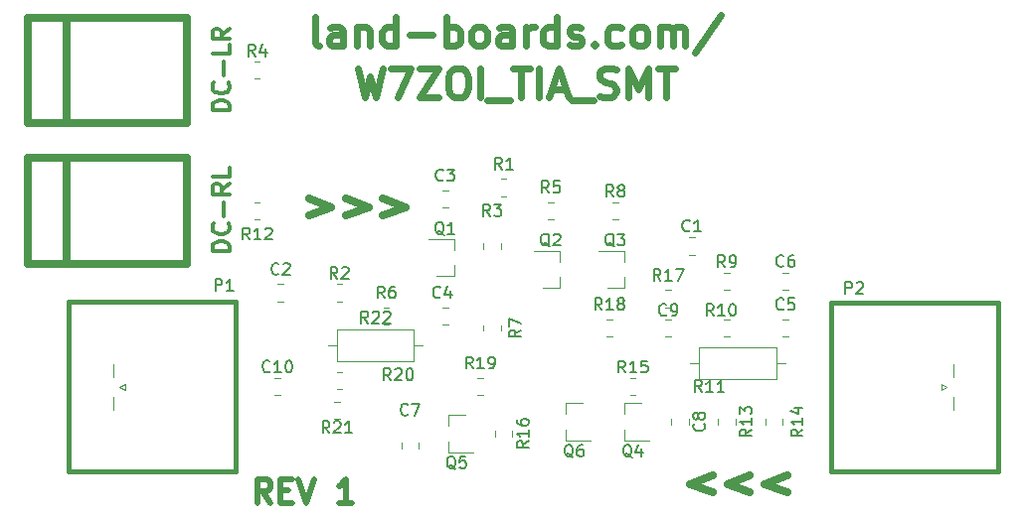
<source format=gto>
%TF.GenerationSoftware,KiCad,Pcbnew,(5.1.10)-1*%
%TF.CreationDate,2021-10-30T10:02:25-04:00*%
%TF.ProjectId,W7ZOI_TIA_SMT,57375a4f-495f-4544-9941-5f534d542e6b,rev?*%
%TF.SameCoordinates,Original*%
%TF.FileFunction,Legend,Top*%
%TF.FilePolarity,Positive*%
%FSLAX46Y46*%
G04 Gerber Fmt 4.6, Leading zero omitted, Abs format (unit mm)*
G04 Created by KiCad (PCBNEW (5.1.10)-1) date 2021-10-30 10:02:25*
%MOMM*%
%LPD*%
G01*
G04 APERTURE LIST*
%ADD10C,0.375000*%
%ADD11C,0.500000*%
%ADD12C,0.625000*%
%ADD13C,0.635000*%
%ADD14C,0.120000*%
%ADD15C,0.381000*%
%ADD16C,0.650000*%
%ADD17C,0.150000*%
G04 APERTURE END LIST*
D10*
X228718571Y-87963171D02*
X227218571Y-87963171D01*
X227218571Y-87606028D01*
X227290000Y-87391742D01*
X227432857Y-87248885D01*
X227575714Y-87177457D01*
X227861428Y-87106028D01*
X228075714Y-87106028D01*
X228361428Y-87177457D01*
X228504285Y-87248885D01*
X228647142Y-87391742D01*
X228718571Y-87606028D01*
X228718571Y-87963171D01*
X228575714Y-85606028D02*
X228647142Y-85677457D01*
X228718571Y-85891742D01*
X228718571Y-86034600D01*
X228647142Y-86248885D01*
X228504285Y-86391742D01*
X228361428Y-86463171D01*
X228075714Y-86534600D01*
X227861428Y-86534600D01*
X227575714Y-86463171D01*
X227432857Y-86391742D01*
X227290000Y-86248885D01*
X227218571Y-86034600D01*
X227218571Y-85891742D01*
X227290000Y-85677457D01*
X227361428Y-85606028D01*
X228147142Y-84963171D02*
X228147142Y-83820314D01*
X228718571Y-82248885D02*
X228004285Y-82748885D01*
X228718571Y-83106028D02*
X227218571Y-83106028D01*
X227218571Y-82534600D01*
X227290000Y-82391742D01*
X227361428Y-82320314D01*
X227504285Y-82248885D01*
X227718571Y-82248885D01*
X227861428Y-82320314D01*
X227932857Y-82391742D01*
X228004285Y-82534600D01*
X228004285Y-83106028D01*
X228718571Y-80891742D02*
X228718571Y-81606028D01*
X227218571Y-81606028D01*
X228718571Y-75963171D02*
X227218571Y-75963171D01*
X227218571Y-75606028D01*
X227290000Y-75391742D01*
X227432857Y-75248885D01*
X227575714Y-75177457D01*
X227861428Y-75106028D01*
X228075714Y-75106028D01*
X228361428Y-75177457D01*
X228504285Y-75248885D01*
X228647142Y-75391742D01*
X228718571Y-75606028D01*
X228718571Y-75963171D01*
X228575714Y-73606028D02*
X228647142Y-73677457D01*
X228718571Y-73891742D01*
X228718571Y-74034600D01*
X228647142Y-74248885D01*
X228504285Y-74391742D01*
X228361428Y-74463171D01*
X228075714Y-74534600D01*
X227861428Y-74534600D01*
X227575714Y-74463171D01*
X227432857Y-74391742D01*
X227290000Y-74248885D01*
X227218571Y-74034600D01*
X227218571Y-73891742D01*
X227290000Y-73677457D01*
X227361428Y-73606028D01*
X228147142Y-72963171D02*
X228147142Y-71820314D01*
X228718571Y-70391742D02*
X228718571Y-71106028D01*
X227218571Y-71106028D01*
X228718571Y-69034600D02*
X228004285Y-69534600D01*
X228718571Y-69891742D02*
X227218571Y-69891742D01*
X227218571Y-69320314D01*
X227290000Y-69177457D01*
X227361428Y-69106028D01*
X227504285Y-69034600D01*
X227718571Y-69034600D01*
X227861428Y-69106028D01*
X227932857Y-69177457D01*
X228004285Y-69320314D01*
X228004285Y-69891742D01*
D11*
X232182857Y-109439361D02*
X231516190Y-108486980D01*
X231040000Y-109439361D02*
X231040000Y-107439361D01*
X231801904Y-107439361D01*
X231992380Y-107534600D01*
X232087619Y-107629838D01*
X232182857Y-107820314D01*
X232182857Y-108106028D01*
X232087619Y-108296504D01*
X231992380Y-108391742D01*
X231801904Y-108486980D01*
X231040000Y-108486980D01*
X233040000Y-108391742D02*
X233706666Y-108391742D01*
X233992380Y-109439361D02*
X233040000Y-109439361D01*
X233040000Y-107439361D01*
X233992380Y-107439361D01*
X234563809Y-107439361D02*
X235230476Y-109439361D01*
X235897142Y-107439361D01*
X239135238Y-109439361D02*
X237992380Y-109439361D01*
X238563809Y-109439361D02*
X238563809Y-107439361D01*
X238373333Y-107725076D01*
X238182857Y-107915552D01*
X237992380Y-108010790D01*
D12*
X236313809Y-70478052D02*
X236075714Y-70359004D01*
X235956666Y-70120909D01*
X235956666Y-67978052D01*
X238337619Y-70478052D02*
X238337619Y-69168528D01*
X238218571Y-68930433D01*
X237980476Y-68811385D01*
X237504285Y-68811385D01*
X237266190Y-68930433D01*
X238337619Y-70359004D02*
X238099523Y-70478052D01*
X237504285Y-70478052D01*
X237266190Y-70359004D01*
X237147142Y-70120909D01*
X237147142Y-69882814D01*
X237266190Y-69644719D01*
X237504285Y-69525671D01*
X238099523Y-69525671D01*
X238337619Y-69406623D01*
X239528095Y-68811385D02*
X239528095Y-70478052D01*
X239528095Y-69049480D02*
X239647142Y-68930433D01*
X239885238Y-68811385D01*
X240242380Y-68811385D01*
X240480476Y-68930433D01*
X240599523Y-69168528D01*
X240599523Y-70478052D01*
X242861428Y-70478052D02*
X242861428Y-67978052D01*
X242861428Y-70359004D02*
X242623333Y-70478052D01*
X242147142Y-70478052D01*
X241909047Y-70359004D01*
X241790000Y-70239957D01*
X241670952Y-70001861D01*
X241670952Y-69287576D01*
X241790000Y-69049480D01*
X241909047Y-68930433D01*
X242147142Y-68811385D01*
X242623333Y-68811385D01*
X242861428Y-68930433D01*
X244051904Y-69525671D02*
X245956666Y-69525671D01*
X247147142Y-70478052D02*
X247147142Y-67978052D01*
X247147142Y-68930433D02*
X247385238Y-68811385D01*
X247861428Y-68811385D01*
X248099523Y-68930433D01*
X248218571Y-69049480D01*
X248337619Y-69287576D01*
X248337619Y-70001861D01*
X248218571Y-70239957D01*
X248099523Y-70359004D01*
X247861428Y-70478052D01*
X247385238Y-70478052D01*
X247147142Y-70359004D01*
X249766190Y-70478052D02*
X249528095Y-70359004D01*
X249409047Y-70239957D01*
X249290000Y-70001861D01*
X249290000Y-69287576D01*
X249409047Y-69049480D01*
X249528095Y-68930433D01*
X249766190Y-68811385D01*
X250123333Y-68811385D01*
X250361428Y-68930433D01*
X250480476Y-69049480D01*
X250599523Y-69287576D01*
X250599523Y-70001861D01*
X250480476Y-70239957D01*
X250361428Y-70359004D01*
X250123333Y-70478052D01*
X249766190Y-70478052D01*
X252742380Y-70478052D02*
X252742380Y-69168528D01*
X252623333Y-68930433D01*
X252385238Y-68811385D01*
X251909047Y-68811385D01*
X251670952Y-68930433D01*
X252742380Y-70359004D02*
X252504285Y-70478052D01*
X251909047Y-70478052D01*
X251670952Y-70359004D01*
X251551904Y-70120909D01*
X251551904Y-69882814D01*
X251670952Y-69644719D01*
X251909047Y-69525671D01*
X252504285Y-69525671D01*
X252742380Y-69406623D01*
X253932857Y-70478052D02*
X253932857Y-68811385D01*
X253932857Y-69287576D02*
X254051904Y-69049480D01*
X254170952Y-68930433D01*
X254409047Y-68811385D01*
X254647142Y-68811385D01*
X256551904Y-70478052D02*
X256551904Y-67978052D01*
X256551904Y-70359004D02*
X256313809Y-70478052D01*
X255837619Y-70478052D01*
X255599523Y-70359004D01*
X255480476Y-70239957D01*
X255361428Y-70001861D01*
X255361428Y-69287576D01*
X255480476Y-69049480D01*
X255599523Y-68930433D01*
X255837619Y-68811385D01*
X256313809Y-68811385D01*
X256551904Y-68930433D01*
X257623333Y-70359004D02*
X257861428Y-70478052D01*
X258337619Y-70478052D01*
X258575714Y-70359004D01*
X258694761Y-70120909D01*
X258694761Y-70001861D01*
X258575714Y-69763766D01*
X258337619Y-69644719D01*
X257980476Y-69644719D01*
X257742380Y-69525671D01*
X257623333Y-69287576D01*
X257623333Y-69168528D01*
X257742380Y-68930433D01*
X257980476Y-68811385D01*
X258337619Y-68811385D01*
X258575714Y-68930433D01*
X259766190Y-70239957D02*
X259885238Y-70359004D01*
X259766190Y-70478052D01*
X259647142Y-70359004D01*
X259766190Y-70239957D01*
X259766190Y-70478052D01*
X262028095Y-70359004D02*
X261790000Y-70478052D01*
X261313809Y-70478052D01*
X261075714Y-70359004D01*
X260956666Y-70239957D01*
X260837619Y-70001861D01*
X260837619Y-69287576D01*
X260956666Y-69049480D01*
X261075714Y-68930433D01*
X261313809Y-68811385D01*
X261790000Y-68811385D01*
X262028095Y-68930433D01*
X263456666Y-70478052D02*
X263218571Y-70359004D01*
X263099523Y-70239957D01*
X262980476Y-70001861D01*
X262980476Y-69287576D01*
X263099523Y-69049480D01*
X263218571Y-68930433D01*
X263456666Y-68811385D01*
X263813809Y-68811385D01*
X264051904Y-68930433D01*
X264170952Y-69049480D01*
X264290000Y-69287576D01*
X264290000Y-70001861D01*
X264170952Y-70239957D01*
X264051904Y-70359004D01*
X263813809Y-70478052D01*
X263456666Y-70478052D01*
X265361428Y-70478052D02*
X265361428Y-68811385D01*
X265361428Y-69049480D02*
X265480476Y-68930433D01*
X265718571Y-68811385D01*
X266075714Y-68811385D01*
X266313809Y-68930433D01*
X266432857Y-69168528D01*
X266432857Y-70478052D01*
X266432857Y-69168528D02*
X266551904Y-68930433D01*
X266790000Y-68811385D01*
X267147142Y-68811385D01*
X267385238Y-68930433D01*
X267504285Y-69168528D01*
X267504285Y-70478052D01*
X270480476Y-67859004D02*
X268337619Y-71073290D01*
X239587619Y-72353052D02*
X240182857Y-74853052D01*
X240659047Y-73067338D01*
X241135238Y-74853052D01*
X241730476Y-72353052D01*
X242444761Y-72353052D02*
X244111428Y-72353052D01*
X243040000Y-74853052D01*
X244825714Y-72353052D02*
X246492380Y-72353052D01*
X244825714Y-74853052D01*
X246492380Y-74853052D01*
X247920952Y-72353052D02*
X248397142Y-72353052D01*
X248635238Y-72472100D01*
X248873333Y-72710195D01*
X248992380Y-73186385D01*
X248992380Y-74019719D01*
X248873333Y-74495909D01*
X248635238Y-74734004D01*
X248397142Y-74853052D01*
X247920952Y-74853052D01*
X247682857Y-74734004D01*
X247444761Y-74495909D01*
X247325714Y-74019719D01*
X247325714Y-73186385D01*
X247444761Y-72710195D01*
X247682857Y-72472100D01*
X247920952Y-72353052D01*
X250063809Y-74853052D02*
X250063809Y-72353052D01*
X250659047Y-75091147D02*
X252563809Y-75091147D01*
X252801904Y-72353052D02*
X254230476Y-72353052D01*
X253516190Y-74853052D02*
X253516190Y-72353052D01*
X255063809Y-74853052D02*
X255063809Y-72353052D01*
X256135238Y-74138766D02*
X257325714Y-74138766D01*
X255897142Y-74853052D02*
X256730476Y-72353052D01*
X257563809Y-74853052D01*
X257801904Y-75091147D02*
X259706666Y-75091147D01*
X260182857Y-74734004D02*
X260539999Y-74853052D01*
X261135238Y-74853052D01*
X261373333Y-74734004D01*
X261492380Y-74614957D01*
X261611428Y-74376861D01*
X261611428Y-74138766D01*
X261492380Y-73900671D01*
X261373333Y-73781623D01*
X261135238Y-73662576D01*
X260659047Y-73543528D01*
X260420952Y-73424480D01*
X260301904Y-73305433D01*
X260182857Y-73067338D01*
X260182857Y-72829242D01*
X260301904Y-72591147D01*
X260420952Y-72472100D01*
X260659047Y-72353052D01*
X261254285Y-72353052D01*
X261611428Y-72472100D01*
X262682857Y-74853052D02*
X262682857Y-72353052D01*
X263516190Y-74138766D01*
X264349523Y-72353052D01*
X264349523Y-74853052D01*
X265182857Y-72353052D02*
X266611428Y-72353052D01*
X265897142Y-74853052D02*
X265897142Y-72353052D01*
D13*
X276152380Y-108578885D02*
X274217142Y-107853171D01*
X276152380Y-107127457D01*
X273007619Y-108578885D02*
X271072380Y-107853171D01*
X273007619Y-107127457D01*
X269862857Y-108578885D02*
X267927619Y-107853171D01*
X269862857Y-107127457D01*
X235427619Y-83490314D02*
X237362857Y-84216028D01*
X235427619Y-84941742D01*
X238572380Y-83490314D02*
X240507619Y-84216028D01*
X238572380Y-84941742D01*
X241717142Y-83490314D02*
X243652380Y-84216028D01*
X241717142Y-84941742D01*
D14*
%TO.C,R11*%
X267920000Y-97534600D02*
X268690000Y-97534600D01*
X276000000Y-97534600D02*
X275230000Y-97534600D01*
X268690000Y-98904600D02*
X275230000Y-98904600D01*
X268690000Y-96164600D02*
X268690000Y-98904600D01*
X275230000Y-96164600D02*
X268690000Y-96164600D01*
X275230000Y-98904600D02*
X275230000Y-96164600D01*
%TO.C,P1*%
X219800000Y-99284600D02*
X219300000Y-99534600D01*
X219800000Y-99784600D02*
X219800000Y-99284600D01*
X219300000Y-99534600D02*
X219800000Y-99784600D01*
X215040000Y-97584600D02*
X215040000Y-98694600D01*
X215040000Y-100374600D02*
X215040000Y-101484600D01*
X218750000Y-97584600D02*
X218750000Y-98694600D01*
X218750000Y-100374600D02*
X218750000Y-101484600D01*
%TO.C,P2*%
X290330000Y-98694600D02*
X290330000Y-97584600D01*
X290330000Y-101484600D02*
X290330000Y-100374600D01*
X294040000Y-98694600D02*
X294040000Y-97584600D01*
X294040000Y-101484600D02*
X294040000Y-100374600D01*
X289780000Y-99534600D02*
X289280000Y-99284600D01*
X289280000Y-99284600D02*
X289280000Y-99784600D01*
X289280000Y-99784600D02*
X289780000Y-99534600D01*
D15*
%TO.C,P3*%
X229175380Y-106722800D02*
X229175380Y-92323540D01*
X214956460Y-92323540D02*
X229157600Y-92323540D01*
X214961540Y-106727880D02*
X214961540Y-92328620D01*
X229157600Y-106722800D02*
X214956460Y-106722800D01*
%TO.C,P4*%
X279922400Y-92346400D02*
X294123540Y-92346400D01*
X294118460Y-92341320D02*
X294118460Y-106740580D01*
X294123540Y-106745660D02*
X279922400Y-106745660D01*
X279904620Y-92346400D02*
X279904620Y-106745660D01*
D14*
%TO.C,C1*%
X267778748Y-88269600D02*
X268301252Y-88269600D01*
X267778748Y-86799600D02*
X268301252Y-86799600D01*
%TO.C,C2*%
X233301252Y-92269600D02*
X232778748Y-92269600D01*
X233301252Y-90799600D02*
X232778748Y-90799600D01*
%TO.C,C3*%
X247301252Y-82799600D02*
X246778748Y-82799600D01*
X247301252Y-84269600D02*
X246778748Y-84269600D01*
%TO.C,C4*%
X247301252Y-94269600D02*
X246778748Y-94269600D01*
X247301252Y-92799600D02*
X246778748Y-92799600D01*
%TO.C,C5*%
X276301252Y-95269600D02*
X275778748Y-95269600D01*
X276301252Y-93799600D02*
X275778748Y-93799600D01*
%TO.C,C6*%
X275778748Y-91269600D02*
X276301252Y-91269600D01*
X275778748Y-89799600D02*
X276301252Y-89799600D01*
%TO.C,C7*%
X243305000Y-104273348D02*
X243305000Y-104795852D01*
X244775000Y-104273348D02*
X244775000Y-104795852D01*
%TO.C,C8*%
X267775000Y-102273348D02*
X267775000Y-102795852D01*
X266305000Y-102273348D02*
X266305000Y-102795852D01*
%TO.C,C9*%
X265778748Y-95269600D02*
X266301252Y-95269600D01*
X265778748Y-93799600D02*
X266301252Y-93799600D01*
%TO.C,C10*%
X232498748Y-98799600D02*
X233021252Y-98799600D01*
X232498748Y-100269600D02*
X233021252Y-100269600D01*
%TO.C,R1*%
X252267064Y-83269600D02*
X251812936Y-83269600D01*
X252267064Y-81799600D02*
X251812936Y-81799600D01*
%TO.C,R2*%
X237812936Y-92269600D02*
X238267064Y-92269600D01*
X237812936Y-90799600D02*
X238267064Y-90799600D01*
%TO.C,R3*%
X251775000Y-87761664D02*
X251775000Y-87307536D01*
X250305000Y-87761664D02*
X250305000Y-87307536D01*
%TO.C,R4*%
X230812936Y-71799600D02*
X231267064Y-71799600D01*
X230812936Y-73269600D02*
X231267064Y-73269600D01*
%TO.C,R5*%
X256267064Y-83799600D02*
X255812936Y-83799600D01*
X256267064Y-85269600D02*
X255812936Y-85269600D01*
%TO.C,R6*%
X242267064Y-92799600D02*
X241812936Y-92799600D01*
X242267064Y-94269600D02*
X241812936Y-94269600D01*
%TO.C,R7*%
X251775000Y-94307536D02*
X251775000Y-94761664D01*
X250305000Y-94307536D02*
X250305000Y-94761664D01*
%TO.C,R8*%
X261312936Y-83799600D02*
X261767064Y-83799600D01*
X261312936Y-85269600D02*
X261767064Y-85269600D01*
%TO.C,R9*%
X270812936Y-91269600D02*
X271267064Y-91269600D01*
X270812936Y-89799600D02*
X271267064Y-89799600D01*
%TO.C,R10*%
X271267064Y-95269600D02*
X270812936Y-95269600D01*
X271267064Y-93799600D02*
X270812936Y-93799600D01*
%TO.C,R12*%
X230812936Y-85269600D02*
X231267064Y-85269600D01*
X230812936Y-83799600D02*
X231267064Y-83799600D01*
%TO.C,R13*%
X271775000Y-102307536D02*
X271775000Y-102761664D01*
X270305000Y-102307536D02*
X270305000Y-102761664D01*
%TO.C,R14*%
X275775000Y-102761664D02*
X275775000Y-102307536D01*
X274305000Y-102761664D02*
X274305000Y-102307536D01*
%TO.C,R15*%
X262812936Y-100269600D02*
X263267064Y-100269600D01*
X262812936Y-98799600D02*
X263267064Y-98799600D01*
%TO.C,R16*%
X252775000Y-103307536D02*
X252775000Y-103761664D01*
X251305000Y-103307536D02*
X251305000Y-103761664D01*
%TO.C,R17*%
X266267064Y-92769600D02*
X265812936Y-92769600D01*
X266267064Y-91299600D02*
X265812936Y-91299600D01*
%TO.C,R18*%
X261267064Y-95269600D02*
X260812936Y-95269600D01*
X261267064Y-93799600D02*
X260812936Y-93799600D01*
%TO.C,R19*%
X249812936Y-100269600D02*
X250267064Y-100269600D01*
X249812936Y-98799600D02*
X250267064Y-98799600D01*
%TO.C,R20*%
X238267064Y-98299600D02*
X237812936Y-98299600D01*
X238267064Y-99769600D02*
X237812936Y-99769600D01*
%TO.C,R21*%
X237612936Y-100799600D02*
X238067064Y-100799600D01*
X237612936Y-102269600D02*
X238067064Y-102269600D01*
%TO.C,Q1*%
X247800000Y-90114600D02*
X247800000Y-89184600D01*
X247800000Y-86954600D02*
X247800000Y-87884600D01*
X247800000Y-86954600D02*
X245640000Y-86954600D01*
X247800000Y-90114600D02*
X246340000Y-90114600D01*
%TO.C,Q2*%
X256800000Y-91114600D02*
X255340000Y-91114600D01*
X256800000Y-87954600D02*
X254640000Y-87954600D01*
X256800000Y-87954600D02*
X256800000Y-88884600D01*
X256800000Y-91114600D02*
X256800000Y-90184600D01*
%TO.C,Q3*%
X262300000Y-91114600D02*
X262300000Y-90184600D01*
X262300000Y-87954600D02*
X262300000Y-88884600D01*
X262300000Y-87954600D02*
X260140000Y-87954600D01*
X262300000Y-91114600D02*
X260840000Y-91114600D01*
%TO.C,Q4*%
X262280000Y-100954600D02*
X263740000Y-100954600D01*
X262280000Y-104114600D02*
X264440000Y-104114600D01*
X262280000Y-104114600D02*
X262280000Y-103184600D01*
X262280000Y-100954600D02*
X262280000Y-101884600D01*
%TO.C,Q5*%
X247280000Y-101954600D02*
X247280000Y-102884600D01*
X247280000Y-105114600D02*
X247280000Y-104184600D01*
X247280000Y-105114600D02*
X249440000Y-105114600D01*
X247280000Y-101954600D02*
X248740000Y-101954600D01*
%TO.C,Q6*%
X257280000Y-100954600D02*
X258740000Y-100954600D01*
X257280000Y-104114600D02*
X259440000Y-104114600D01*
X257280000Y-104114600D02*
X257280000Y-103184600D01*
X257280000Y-100954600D02*
X257280000Y-101884600D01*
D16*
%TO.C,J1*%
X211540000Y-77034600D02*
X225040000Y-77034600D01*
X225040000Y-68034600D02*
X225040000Y-77034600D01*
X211540000Y-68034600D02*
X225040000Y-68034600D01*
X211540000Y-68034600D02*
X211540000Y-77034600D01*
X214840000Y-77034600D02*
X214840000Y-68034600D01*
%TO.C,J2*%
X214840000Y-89034600D02*
X214840000Y-80034600D01*
X211540000Y-80034600D02*
X211540000Y-89034600D01*
X211540000Y-80034600D02*
X225040000Y-80034600D01*
X225040000Y-80034600D02*
X225040000Y-89034600D01*
X211540000Y-89034600D02*
X225040000Y-89034600D01*
D14*
%TO.C,R22*%
X237850000Y-94664600D02*
X237850000Y-97404600D01*
X237850000Y-97404600D02*
X244390000Y-97404600D01*
X244390000Y-97404600D02*
X244390000Y-94664600D01*
X244390000Y-94664600D02*
X237850000Y-94664600D01*
X237080000Y-96034600D02*
X237850000Y-96034600D01*
X245160000Y-96034600D02*
X244390000Y-96034600D01*
%TO.C,R11*%
D17*
X268897142Y-99986980D02*
X268563809Y-99510790D01*
X268325714Y-99986980D02*
X268325714Y-98986980D01*
X268706666Y-98986980D01*
X268801904Y-99034600D01*
X268849523Y-99082219D01*
X268897142Y-99177457D01*
X268897142Y-99320314D01*
X268849523Y-99415552D01*
X268801904Y-99463171D01*
X268706666Y-99510790D01*
X268325714Y-99510790D01*
X269849523Y-99986980D02*
X269278095Y-99986980D01*
X269563809Y-99986980D02*
X269563809Y-98986980D01*
X269468571Y-99129838D01*
X269373333Y-99225076D01*
X269278095Y-99272695D01*
X270801904Y-99986980D02*
X270230476Y-99986980D01*
X270516190Y-99986980D02*
X270516190Y-98986980D01*
X270420952Y-99129838D01*
X270325714Y-99225076D01*
X270230476Y-99272695D01*
%TO.C,P1*%
X227477904Y-91350980D02*
X227477904Y-90350980D01*
X227858857Y-90350980D01*
X227954095Y-90398600D01*
X228001714Y-90446219D01*
X228049333Y-90541457D01*
X228049333Y-90684314D01*
X228001714Y-90779552D01*
X227954095Y-90827171D01*
X227858857Y-90874790D01*
X227477904Y-90874790D01*
X229001714Y-91350980D02*
X228430285Y-91350980D01*
X228716000Y-91350980D02*
X228716000Y-90350980D01*
X228620761Y-90493838D01*
X228525523Y-90589076D01*
X228430285Y-90636695D01*
%TO.C,P2*%
X281141904Y-91604980D02*
X281141904Y-90604980D01*
X281522857Y-90604980D01*
X281618095Y-90652600D01*
X281665714Y-90700219D01*
X281713333Y-90795457D01*
X281713333Y-90938314D01*
X281665714Y-91033552D01*
X281618095Y-91081171D01*
X281522857Y-91128790D01*
X281141904Y-91128790D01*
X282094285Y-90700219D02*
X282141904Y-90652600D01*
X282237142Y-90604980D01*
X282475238Y-90604980D01*
X282570476Y-90652600D01*
X282618095Y-90700219D01*
X282665714Y-90795457D01*
X282665714Y-90890695D01*
X282618095Y-91033552D01*
X282046666Y-91604980D01*
X282665714Y-91604980D01*
%TO.C,C1*%
X267873333Y-86211742D02*
X267825714Y-86259361D01*
X267682857Y-86306980D01*
X267587619Y-86306980D01*
X267444761Y-86259361D01*
X267349523Y-86164123D01*
X267301904Y-86068885D01*
X267254285Y-85878409D01*
X267254285Y-85735552D01*
X267301904Y-85545076D01*
X267349523Y-85449838D01*
X267444761Y-85354600D01*
X267587619Y-85306980D01*
X267682857Y-85306980D01*
X267825714Y-85354600D01*
X267873333Y-85402219D01*
X268825714Y-86306980D02*
X268254285Y-86306980D01*
X268540000Y-86306980D02*
X268540000Y-85306980D01*
X268444761Y-85449838D01*
X268349523Y-85545076D01*
X268254285Y-85592695D01*
%TO.C,C2*%
X232873333Y-89891742D02*
X232825714Y-89939361D01*
X232682857Y-89986980D01*
X232587619Y-89986980D01*
X232444761Y-89939361D01*
X232349523Y-89844123D01*
X232301904Y-89748885D01*
X232254285Y-89558409D01*
X232254285Y-89415552D01*
X232301904Y-89225076D01*
X232349523Y-89129838D01*
X232444761Y-89034600D01*
X232587619Y-88986980D01*
X232682857Y-88986980D01*
X232825714Y-89034600D01*
X232873333Y-89082219D01*
X233254285Y-89082219D02*
X233301904Y-89034600D01*
X233397142Y-88986980D01*
X233635238Y-88986980D01*
X233730476Y-89034600D01*
X233778095Y-89082219D01*
X233825714Y-89177457D01*
X233825714Y-89272695D01*
X233778095Y-89415552D01*
X233206666Y-89986980D01*
X233825714Y-89986980D01*
%TO.C,C3*%
X246873333Y-81891742D02*
X246825714Y-81939361D01*
X246682857Y-81986980D01*
X246587619Y-81986980D01*
X246444761Y-81939361D01*
X246349523Y-81844123D01*
X246301904Y-81748885D01*
X246254285Y-81558409D01*
X246254285Y-81415552D01*
X246301904Y-81225076D01*
X246349523Y-81129838D01*
X246444761Y-81034600D01*
X246587619Y-80986980D01*
X246682857Y-80986980D01*
X246825714Y-81034600D01*
X246873333Y-81082219D01*
X247206666Y-80986980D02*
X247825714Y-80986980D01*
X247492380Y-81367933D01*
X247635238Y-81367933D01*
X247730476Y-81415552D01*
X247778095Y-81463171D01*
X247825714Y-81558409D01*
X247825714Y-81796504D01*
X247778095Y-81891742D01*
X247730476Y-81939361D01*
X247635238Y-81986980D01*
X247349523Y-81986980D01*
X247254285Y-81939361D01*
X247206666Y-81891742D01*
%TO.C,C4*%
X246643333Y-91891742D02*
X246595714Y-91939361D01*
X246452857Y-91986980D01*
X246357619Y-91986980D01*
X246214761Y-91939361D01*
X246119523Y-91844123D01*
X246071904Y-91748885D01*
X246024285Y-91558409D01*
X246024285Y-91415552D01*
X246071904Y-91225076D01*
X246119523Y-91129838D01*
X246214761Y-91034600D01*
X246357619Y-90986980D01*
X246452857Y-90986980D01*
X246595714Y-91034600D01*
X246643333Y-91082219D01*
X247500476Y-91320314D02*
X247500476Y-91986980D01*
X247262380Y-90939361D02*
X247024285Y-91653647D01*
X247643333Y-91653647D01*
%TO.C,C5*%
X275873333Y-92891742D02*
X275825714Y-92939361D01*
X275682857Y-92986980D01*
X275587619Y-92986980D01*
X275444761Y-92939361D01*
X275349523Y-92844123D01*
X275301904Y-92748885D01*
X275254285Y-92558409D01*
X275254285Y-92415552D01*
X275301904Y-92225076D01*
X275349523Y-92129838D01*
X275444761Y-92034600D01*
X275587619Y-91986980D01*
X275682857Y-91986980D01*
X275825714Y-92034600D01*
X275873333Y-92082219D01*
X276778095Y-91986980D02*
X276301904Y-91986980D01*
X276254285Y-92463171D01*
X276301904Y-92415552D01*
X276397142Y-92367933D01*
X276635238Y-92367933D01*
X276730476Y-92415552D01*
X276778095Y-92463171D01*
X276825714Y-92558409D01*
X276825714Y-92796504D01*
X276778095Y-92891742D01*
X276730476Y-92939361D01*
X276635238Y-92986980D01*
X276397142Y-92986980D01*
X276301904Y-92939361D01*
X276254285Y-92891742D01*
%TO.C,C6*%
X275873333Y-89211742D02*
X275825714Y-89259361D01*
X275682857Y-89306980D01*
X275587619Y-89306980D01*
X275444761Y-89259361D01*
X275349523Y-89164123D01*
X275301904Y-89068885D01*
X275254285Y-88878409D01*
X275254285Y-88735552D01*
X275301904Y-88545076D01*
X275349523Y-88449838D01*
X275444761Y-88354600D01*
X275587619Y-88306980D01*
X275682857Y-88306980D01*
X275825714Y-88354600D01*
X275873333Y-88402219D01*
X276730476Y-88306980D02*
X276540000Y-88306980D01*
X276444761Y-88354600D01*
X276397142Y-88402219D01*
X276301904Y-88545076D01*
X276254285Y-88735552D01*
X276254285Y-89116504D01*
X276301904Y-89211742D01*
X276349523Y-89259361D01*
X276444761Y-89306980D01*
X276635238Y-89306980D01*
X276730476Y-89259361D01*
X276778095Y-89211742D01*
X276825714Y-89116504D01*
X276825714Y-88878409D01*
X276778095Y-88783171D01*
X276730476Y-88735552D01*
X276635238Y-88687933D01*
X276444761Y-88687933D01*
X276349523Y-88735552D01*
X276301904Y-88783171D01*
X276254285Y-88878409D01*
%TO.C,C7*%
X243873333Y-101891742D02*
X243825714Y-101939361D01*
X243682857Y-101986980D01*
X243587619Y-101986980D01*
X243444761Y-101939361D01*
X243349523Y-101844123D01*
X243301904Y-101748885D01*
X243254285Y-101558409D01*
X243254285Y-101415552D01*
X243301904Y-101225076D01*
X243349523Y-101129838D01*
X243444761Y-101034600D01*
X243587619Y-100986980D01*
X243682857Y-100986980D01*
X243825714Y-101034600D01*
X243873333Y-101082219D01*
X244206666Y-100986980D02*
X244873333Y-100986980D01*
X244444761Y-101986980D01*
%TO.C,C8*%
X269077142Y-102701266D02*
X269124761Y-102748885D01*
X269172380Y-102891742D01*
X269172380Y-102986980D01*
X269124761Y-103129838D01*
X269029523Y-103225076D01*
X268934285Y-103272695D01*
X268743809Y-103320314D01*
X268600952Y-103320314D01*
X268410476Y-103272695D01*
X268315238Y-103225076D01*
X268220000Y-103129838D01*
X268172380Y-102986980D01*
X268172380Y-102891742D01*
X268220000Y-102748885D01*
X268267619Y-102701266D01*
X268600952Y-102129838D02*
X268553333Y-102225076D01*
X268505714Y-102272695D01*
X268410476Y-102320314D01*
X268362857Y-102320314D01*
X268267619Y-102272695D01*
X268220000Y-102225076D01*
X268172380Y-102129838D01*
X268172380Y-101939361D01*
X268220000Y-101844123D01*
X268267619Y-101796504D01*
X268362857Y-101748885D01*
X268410476Y-101748885D01*
X268505714Y-101796504D01*
X268553333Y-101844123D01*
X268600952Y-101939361D01*
X268600952Y-102129838D01*
X268648571Y-102225076D01*
X268696190Y-102272695D01*
X268791428Y-102320314D01*
X268981904Y-102320314D01*
X269077142Y-102272695D01*
X269124761Y-102225076D01*
X269172380Y-102129838D01*
X269172380Y-101939361D01*
X269124761Y-101844123D01*
X269077142Y-101796504D01*
X268981904Y-101748885D01*
X268791428Y-101748885D01*
X268696190Y-101796504D01*
X268648571Y-101844123D01*
X268600952Y-101939361D01*
%TO.C,C9*%
X265873333Y-93391742D02*
X265825714Y-93439361D01*
X265682857Y-93486980D01*
X265587619Y-93486980D01*
X265444761Y-93439361D01*
X265349523Y-93344123D01*
X265301904Y-93248885D01*
X265254285Y-93058409D01*
X265254285Y-92915552D01*
X265301904Y-92725076D01*
X265349523Y-92629838D01*
X265444761Y-92534600D01*
X265587619Y-92486980D01*
X265682857Y-92486980D01*
X265825714Y-92534600D01*
X265873333Y-92582219D01*
X266349523Y-93486980D02*
X266540000Y-93486980D01*
X266635238Y-93439361D01*
X266682857Y-93391742D01*
X266778095Y-93248885D01*
X266825714Y-93058409D01*
X266825714Y-92677457D01*
X266778095Y-92582219D01*
X266730476Y-92534600D01*
X266635238Y-92486980D01*
X266444761Y-92486980D01*
X266349523Y-92534600D01*
X266301904Y-92582219D01*
X266254285Y-92677457D01*
X266254285Y-92915552D01*
X266301904Y-93010790D01*
X266349523Y-93058409D01*
X266444761Y-93106028D01*
X266635238Y-93106028D01*
X266730476Y-93058409D01*
X266778095Y-93010790D01*
X266825714Y-92915552D01*
%TO.C,C10*%
X232117142Y-98211742D02*
X232069523Y-98259361D01*
X231926666Y-98306980D01*
X231831428Y-98306980D01*
X231688571Y-98259361D01*
X231593333Y-98164123D01*
X231545714Y-98068885D01*
X231498095Y-97878409D01*
X231498095Y-97735552D01*
X231545714Y-97545076D01*
X231593333Y-97449838D01*
X231688571Y-97354600D01*
X231831428Y-97306980D01*
X231926666Y-97306980D01*
X232069523Y-97354600D01*
X232117142Y-97402219D01*
X233069523Y-98306980D02*
X232498095Y-98306980D01*
X232783809Y-98306980D02*
X232783809Y-97306980D01*
X232688571Y-97449838D01*
X232593333Y-97545076D01*
X232498095Y-97592695D01*
X233688571Y-97306980D02*
X233783809Y-97306980D01*
X233879047Y-97354600D01*
X233926666Y-97402219D01*
X233974285Y-97497457D01*
X234021904Y-97687933D01*
X234021904Y-97926028D01*
X233974285Y-98116504D01*
X233926666Y-98211742D01*
X233879047Y-98259361D01*
X233783809Y-98306980D01*
X233688571Y-98306980D01*
X233593333Y-98259361D01*
X233545714Y-98211742D01*
X233498095Y-98116504D01*
X233450476Y-97926028D01*
X233450476Y-97687933D01*
X233498095Y-97497457D01*
X233545714Y-97402219D01*
X233593333Y-97354600D01*
X233688571Y-97306980D01*
%TO.C,R1*%
X251873333Y-80986980D02*
X251540000Y-80510790D01*
X251301904Y-80986980D02*
X251301904Y-79986980D01*
X251682857Y-79986980D01*
X251778095Y-80034600D01*
X251825714Y-80082219D01*
X251873333Y-80177457D01*
X251873333Y-80320314D01*
X251825714Y-80415552D01*
X251778095Y-80463171D01*
X251682857Y-80510790D01*
X251301904Y-80510790D01*
X252825714Y-80986980D02*
X252254285Y-80986980D01*
X252540000Y-80986980D02*
X252540000Y-79986980D01*
X252444761Y-80129838D01*
X252349523Y-80225076D01*
X252254285Y-80272695D01*
%TO.C,R2*%
X237873333Y-90336980D02*
X237540000Y-89860790D01*
X237301904Y-90336980D02*
X237301904Y-89336980D01*
X237682857Y-89336980D01*
X237778095Y-89384600D01*
X237825714Y-89432219D01*
X237873333Y-89527457D01*
X237873333Y-89670314D01*
X237825714Y-89765552D01*
X237778095Y-89813171D01*
X237682857Y-89860790D01*
X237301904Y-89860790D01*
X238254285Y-89432219D02*
X238301904Y-89384600D01*
X238397142Y-89336980D01*
X238635238Y-89336980D01*
X238730476Y-89384600D01*
X238778095Y-89432219D01*
X238825714Y-89527457D01*
X238825714Y-89622695D01*
X238778095Y-89765552D01*
X238206666Y-90336980D01*
X238825714Y-90336980D01*
%TO.C,R3*%
X250873333Y-84986980D02*
X250540000Y-84510790D01*
X250301904Y-84986980D02*
X250301904Y-83986980D01*
X250682857Y-83986980D01*
X250778095Y-84034600D01*
X250825714Y-84082219D01*
X250873333Y-84177457D01*
X250873333Y-84320314D01*
X250825714Y-84415552D01*
X250778095Y-84463171D01*
X250682857Y-84510790D01*
X250301904Y-84510790D01*
X251206666Y-83986980D02*
X251825714Y-83986980D01*
X251492380Y-84367933D01*
X251635238Y-84367933D01*
X251730476Y-84415552D01*
X251778095Y-84463171D01*
X251825714Y-84558409D01*
X251825714Y-84796504D01*
X251778095Y-84891742D01*
X251730476Y-84939361D01*
X251635238Y-84986980D01*
X251349523Y-84986980D01*
X251254285Y-84939361D01*
X251206666Y-84891742D01*
%TO.C,R4*%
X230873333Y-71336980D02*
X230540000Y-70860790D01*
X230301904Y-71336980D02*
X230301904Y-70336980D01*
X230682857Y-70336980D01*
X230778095Y-70384600D01*
X230825714Y-70432219D01*
X230873333Y-70527457D01*
X230873333Y-70670314D01*
X230825714Y-70765552D01*
X230778095Y-70813171D01*
X230682857Y-70860790D01*
X230301904Y-70860790D01*
X231730476Y-70670314D02*
X231730476Y-71336980D01*
X231492380Y-70289361D02*
X231254285Y-71003647D01*
X231873333Y-71003647D01*
%TO.C,R5*%
X255873333Y-82986980D02*
X255540000Y-82510790D01*
X255301904Y-82986980D02*
X255301904Y-81986980D01*
X255682857Y-81986980D01*
X255778095Y-82034600D01*
X255825714Y-82082219D01*
X255873333Y-82177457D01*
X255873333Y-82320314D01*
X255825714Y-82415552D01*
X255778095Y-82463171D01*
X255682857Y-82510790D01*
X255301904Y-82510790D01*
X256778095Y-81986980D02*
X256301904Y-81986980D01*
X256254285Y-82463171D01*
X256301904Y-82415552D01*
X256397142Y-82367933D01*
X256635238Y-82367933D01*
X256730476Y-82415552D01*
X256778095Y-82463171D01*
X256825714Y-82558409D01*
X256825714Y-82796504D01*
X256778095Y-82891742D01*
X256730476Y-82939361D01*
X256635238Y-82986980D01*
X256397142Y-82986980D01*
X256301904Y-82939361D01*
X256254285Y-82891742D01*
%TO.C,R6*%
X241873333Y-91986980D02*
X241540000Y-91510790D01*
X241301904Y-91986980D02*
X241301904Y-90986980D01*
X241682857Y-90986980D01*
X241778095Y-91034600D01*
X241825714Y-91082219D01*
X241873333Y-91177457D01*
X241873333Y-91320314D01*
X241825714Y-91415552D01*
X241778095Y-91463171D01*
X241682857Y-91510790D01*
X241301904Y-91510790D01*
X242730476Y-90986980D02*
X242540000Y-90986980D01*
X242444761Y-91034600D01*
X242397142Y-91082219D01*
X242301904Y-91225076D01*
X242254285Y-91415552D01*
X242254285Y-91796504D01*
X242301904Y-91891742D01*
X242349523Y-91939361D01*
X242444761Y-91986980D01*
X242635238Y-91986980D01*
X242730476Y-91939361D01*
X242778095Y-91891742D01*
X242825714Y-91796504D01*
X242825714Y-91558409D01*
X242778095Y-91463171D01*
X242730476Y-91415552D01*
X242635238Y-91367933D01*
X242444761Y-91367933D01*
X242349523Y-91415552D01*
X242301904Y-91463171D01*
X242254285Y-91558409D01*
%TO.C,R7*%
X253492380Y-94701266D02*
X253016190Y-95034600D01*
X253492380Y-95272695D02*
X252492380Y-95272695D01*
X252492380Y-94891742D01*
X252540000Y-94796504D01*
X252587619Y-94748885D01*
X252682857Y-94701266D01*
X252825714Y-94701266D01*
X252920952Y-94748885D01*
X252968571Y-94796504D01*
X253016190Y-94891742D01*
X253016190Y-95272695D01*
X252492380Y-94367933D02*
X252492380Y-93701266D01*
X253492380Y-94129838D01*
%TO.C,R8*%
X261373333Y-83336980D02*
X261040000Y-82860790D01*
X260801904Y-83336980D02*
X260801904Y-82336980D01*
X261182857Y-82336980D01*
X261278095Y-82384600D01*
X261325714Y-82432219D01*
X261373333Y-82527457D01*
X261373333Y-82670314D01*
X261325714Y-82765552D01*
X261278095Y-82813171D01*
X261182857Y-82860790D01*
X260801904Y-82860790D01*
X261944761Y-82765552D02*
X261849523Y-82717933D01*
X261801904Y-82670314D01*
X261754285Y-82575076D01*
X261754285Y-82527457D01*
X261801904Y-82432219D01*
X261849523Y-82384600D01*
X261944761Y-82336980D01*
X262135238Y-82336980D01*
X262230476Y-82384600D01*
X262278095Y-82432219D01*
X262325714Y-82527457D01*
X262325714Y-82575076D01*
X262278095Y-82670314D01*
X262230476Y-82717933D01*
X262135238Y-82765552D01*
X261944761Y-82765552D01*
X261849523Y-82813171D01*
X261801904Y-82860790D01*
X261754285Y-82956028D01*
X261754285Y-83146504D01*
X261801904Y-83241742D01*
X261849523Y-83289361D01*
X261944761Y-83336980D01*
X262135238Y-83336980D01*
X262230476Y-83289361D01*
X262278095Y-83241742D01*
X262325714Y-83146504D01*
X262325714Y-82956028D01*
X262278095Y-82860790D01*
X262230476Y-82813171D01*
X262135238Y-82765552D01*
%TO.C,R9*%
X270873333Y-89336980D02*
X270540000Y-88860790D01*
X270301904Y-89336980D02*
X270301904Y-88336980D01*
X270682857Y-88336980D01*
X270778095Y-88384600D01*
X270825714Y-88432219D01*
X270873333Y-88527457D01*
X270873333Y-88670314D01*
X270825714Y-88765552D01*
X270778095Y-88813171D01*
X270682857Y-88860790D01*
X270301904Y-88860790D01*
X271349523Y-89336980D02*
X271540000Y-89336980D01*
X271635238Y-89289361D01*
X271682857Y-89241742D01*
X271778095Y-89098885D01*
X271825714Y-88908409D01*
X271825714Y-88527457D01*
X271778095Y-88432219D01*
X271730476Y-88384600D01*
X271635238Y-88336980D01*
X271444761Y-88336980D01*
X271349523Y-88384600D01*
X271301904Y-88432219D01*
X271254285Y-88527457D01*
X271254285Y-88765552D01*
X271301904Y-88860790D01*
X271349523Y-88908409D01*
X271444761Y-88956028D01*
X271635238Y-88956028D01*
X271730476Y-88908409D01*
X271778095Y-88860790D01*
X271825714Y-88765552D01*
%TO.C,R10*%
X269897142Y-93486980D02*
X269563809Y-93010790D01*
X269325714Y-93486980D02*
X269325714Y-92486980D01*
X269706666Y-92486980D01*
X269801904Y-92534600D01*
X269849523Y-92582219D01*
X269897142Y-92677457D01*
X269897142Y-92820314D01*
X269849523Y-92915552D01*
X269801904Y-92963171D01*
X269706666Y-93010790D01*
X269325714Y-93010790D01*
X270849523Y-93486980D02*
X270278095Y-93486980D01*
X270563809Y-93486980D02*
X270563809Y-92486980D01*
X270468571Y-92629838D01*
X270373333Y-92725076D01*
X270278095Y-92772695D01*
X271468571Y-92486980D02*
X271563809Y-92486980D01*
X271659047Y-92534600D01*
X271706666Y-92582219D01*
X271754285Y-92677457D01*
X271801904Y-92867933D01*
X271801904Y-93106028D01*
X271754285Y-93296504D01*
X271706666Y-93391742D01*
X271659047Y-93439361D01*
X271563809Y-93486980D01*
X271468571Y-93486980D01*
X271373333Y-93439361D01*
X271325714Y-93391742D01*
X271278095Y-93296504D01*
X271230476Y-93106028D01*
X271230476Y-92867933D01*
X271278095Y-92677457D01*
X271325714Y-92582219D01*
X271373333Y-92534600D01*
X271468571Y-92486980D01*
%TO.C,R12*%
X230397142Y-86986980D02*
X230063809Y-86510790D01*
X229825714Y-86986980D02*
X229825714Y-85986980D01*
X230206666Y-85986980D01*
X230301904Y-86034600D01*
X230349523Y-86082219D01*
X230397142Y-86177457D01*
X230397142Y-86320314D01*
X230349523Y-86415552D01*
X230301904Y-86463171D01*
X230206666Y-86510790D01*
X229825714Y-86510790D01*
X231349523Y-86986980D02*
X230778095Y-86986980D01*
X231063809Y-86986980D02*
X231063809Y-85986980D01*
X230968571Y-86129838D01*
X230873333Y-86225076D01*
X230778095Y-86272695D01*
X231730476Y-86082219D02*
X231778095Y-86034600D01*
X231873333Y-85986980D01*
X232111428Y-85986980D01*
X232206666Y-86034600D01*
X232254285Y-86082219D01*
X232301904Y-86177457D01*
X232301904Y-86272695D01*
X232254285Y-86415552D01*
X231682857Y-86986980D01*
X232301904Y-86986980D01*
%TO.C,R13*%
X273142380Y-103177457D02*
X272666190Y-103510790D01*
X273142380Y-103748885D02*
X272142380Y-103748885D01*
X272142380Y-103367933D01*
X272190000Y-103272695D01*
X272237619Y-103225076D01*
X272332857Y-103177457D01*
X272475714Y-103177457D01*
X272570952Y-103225076D01*
X272618571Y-103272695D01*
X272666190Y-103367933D01*
X272666190Y-103748885D01*
X273142380Y-102225076D02*
X273142380Y-102796504D01*
X273142380Y-102510790D02*
X272142380Y-102510790D01*
X272285238Y-102606028D01*
X272380476Y-102701266D01*
X272428095Y-102796504D01*
X272142380Y-101891742D02*
X272142380Y-101272695D01*
X272523333Y-101606028D01*
X272523333Y-101463171D01*
X272570952Y-101367933D01*
X272618571Y-101320314D01*
X272713809Y-101272695D01*
X272951904Y-101272695D01*
X273047142Y-101320314D01*
X273094761Y-101367933D01*
X273142380Y-101463171D01*
X273142380Y-101748885D01*
X273094761Y-101844123D01*
X273047142Y-101891742D01*
%TO.C,R14*%
X277492380Y-103177457D02*
X277016190Y-103510790D01*
X277492380Y-103748885D02*
X276492380Y-103748885D01*
X276492380Y-103367933D01*
X276540000Y-103272695D01*
X276587619Y-103225076D01*
X276682857Y-103177457D01*
X276825714Y-103177457D01*
X276920952Y-103225076D01*
X276968571Y-103272695D01*
X277016190Y-103367933D01*
X277016190Y-103748885D01*
X277492380Y-102225076D02*
X277492380Y-102796504D01*
X277492380Y-102510790D02*
X276492380Y-102510790D01*
X276635238Y-102606028D01*
X276730476Y-102701266D01*
X276778095Y-102796504D01*
X276825714Y-101367933D02*
X277492380Y-101367933D01*
X276444761Y-101606028D02*
X277159047Y-101844123D01*
X277159047Y-101225076D01*
%TO.C,R15*%
X262397142Y-98336980D02*
X262063809Y-97860790D01*
X261825714Y-98336980D02*
X261825714Y-97336980D01*
X262206666Y-97336980D01*
X262301904Y-97384600D01*
X262349523Y-97432219D01*
X262397142Y-97527457D01*
X262397142Y-97670314D01*
X262349523Y-97765552D01*
X262301904Y-97813171D01*
X262206666Y-97860790D01*
X261825714Y-97860790D01*
X263349523Y-98336980D02*
X262778095Y-98336980D01*
X263063809Y-98336980D02*
X263063809Y-97336980D01*
X262968571Y-97479838D01*
X262873333Y-97575076D01*
X262778095Y-97622695D01*
X264254285Y-97336980D02*
X263778095Y-97336980D01*
X263730476Y-97813171D01*
X263778095Y-97765552D01*
X263873333Y-97717933D01*
X264111428Y-97717933D01*
X264206666Y-97765552D01*
X264254285Y-97813171D01*
X264301904Y-97908409D01*
X264301904Y-98146504D01*
X264254285Y-98241742D01*
X264206666Y-98289361D01*
X264111428Y-98336980D01*
X263873333Y-98336980D01*
X263778095Y-98289361D01*
X263730476Y-98241742D01*
%TO.C,R16*%
X254142380Y-104177457D02*
X253666190Y-104510790D01*
X254142380Y-104748885D02*
X253142380Y-104748885D01*
X253142380Y-104367933D01*
X253190000Y-104272695D01*
X253237619Y-104225076D01*
X253332857Y-104177457D01*
X253475714Y-104177457D01*
X253570952Y-104225076D01*
X253618571Y-104272695D01*
X253666190Y-104367933D01*
X253666190Y-104748885D01*
X254142380Y-103225076D02*
X254142380Y-103796504D01*
X254142380Y-103510790D02*
X253142380Y-103510790D01*
X253285238Y-103606028D01*
X253380476Y-103701266D01*
X253428095Y-103796504D01*
X253142380Y-102367933D02*
X253142380Y-102558409D01*
X253190000Y-102653647D01*
X253237619Y-102701266D01*
X253380476Y-102796504D01*
X253570952Y-102844123D01*
X253951904Y-102844123D01*
X254047142Y-102796504D01*
X254094761Y-102748885D01*
X254142380Y-102653647D01*
X254142380Y-102463171D01*
X254094761Y-102367933D01*
X254047142Y-102320314D01*
X253951904Y-102272695D01*
X253713809Y-102272695D01*
X253618571Y-102320314D01*
X253570952Y-102367933D01*
X253523333Y-102463171D01*
X253523333Y-102653647D01*
X253570952Y-102748885D01*
X253618571Y-102796504D01*
X253713809Y-102844123D01*
%TO.C,R17*%
X265397142Y-90486980D02*
X265063809Y-90010790D01*
X264825714Y-90486980D02*
X264825714Y-89486980D01*
X265206666Y-89486980D01*
X265301904Y-89534600D01*
X265349523Y-89582219D01*
X265397142Y-89677457D01*
X265397142Y-89820314D01*
X265349523Y-89915552D01*
X265301904Y-89963171D01*
X265206666Y-90010790D01*
X264825714Y-90010790D01*
X266349523Y-90486980D02*
X265778095Y-90486980D01*
X266063809Y-90486980D02*
X266063809Y-89486980D01*
X265968571Y-89629838D01*
X265873333Y-89725076D01*
X265778095Y-89772695D01*
X266682857Y-89486980D02*
X267349523Y-89486980D01*
X266920952Y-90486980D01*
%TO.C,R18*%
X260397142Y-92986980D02*
X260063809Y-92510790D01*
X259825714Y-92986980D02*
X259825714Y-91986980D01*
X260206666Y-91986980D01*
X260301904Y-92034600D01*
X260349523Y-92082219D01*
X260397142Y-92177457D01*
X260397142Y-92320314D01*
X260349523Y-92415552D01*
X260301904Y-92463171D01*
X260206666Y-92510790D01*
X259825714Y-92510790D01*
X261349523Y-92986980D02*
X260778095Y-92986980D01*
X261063809Y-92986980D02*
X261063809Y-91986980D01*
X260968571Y-92129838D01*
X260873333Y-92225076D01*
X260778095Y-92272695D01*
X261920952Y-92415552D02*
X261825714Y-92367933D01*
X261778095Y-92320314D01*
X261730476Y-92225076D01*
X261730476Y-92177457D01*
X261778095Y-92082219D01*
X261825714Y-92034600D01*
X261920952Y-91986980D01*
X262111428Y-91986980D01*
X262206666Y-92034600D01*
X262254285Y-92082219D01*
X262301904Y-92177457D01*
X262301904Y-92225076D01*
X262254285Y-92320314D01*
X262206666Y-92367933D01*
X262111428Y-92415552D01*
X261920952Y-92415552D01*
X261825714Y-92463171D01*
X261778095Y-92510790D01*
X261730476Y-92606028D01*
X261730476Y-92796504D01*
X261778095Y-92891742D01*
X261825714Y-92939361D01*
X261920952Y-92986980D01*
X262111428Y-92986980D01*
X262206666Y-92939361D01*
X262254285Y-92891742D01*
X262301904Y-92796504D01*
X262301904Y-92606028D01*
X262254285Y-92510790D01*
X262206666Y-92463171D01*
X262111428Y-92415552D01*
%TO.C,R19*%
X249397142Y-97986980D02*
X249063809Y-97510790D01*
X248825714Y-97986980D02*
X248825714Y-96986980D01*
X249206666Y-96986980D01*
X249301904Y-97034600D01*
X249349523Y-97082219D01*
X249397142Y-97177457D01*
X249397142Y-97320314D01*
X249349523Y-97415552D01*
X249301904Y-97463171D01*
X249206666Y-97510790D01*
X248825714Y-97510790D01*
X250349523Y-97986980D02*
X249778095Y-97986980D01*
X250063809Y-97986980D02*
X250063809Y-96986980D01*
X249968571Y-97129838D01*
X249873333Y-97225076D01*
X249778095Y-97272695D01*
X250825714Y-97986980D02*
X251016190Y-97986980D01*
X251111428Y-97939361D01*
X251159047Y-97891742D01*
X251254285Y-97748885D01*
X251301904Y-97558409D01*
X251301904Y-97177457D01*
X251254285Y-97082219D01*
X251206666Y-97034600D01*
X251111428Y-96986980D01*
X250920952Y-96986980D01*
X250825714Y-97034600D01*
X250778095Y-97082219D01*
X250730476Y-97177457D01*
X250730476Y-97415552D01*
X250778095Y-97510790D01*
X250825714Y-97558409D01*
X250920952Y-97606028D01*
X251111428Y-97606028D01*
X251206666Y-97558409D01*
X251254285Y-97510790D01*
X251301904Y-97415552D01*
%TO.C,R20*%
X242397142Y-98986980D02*
X242063809Y-98510790D01*
X241825714Y-98986980D02*
X241825714Y-97986980D01*
X242206666Y-97986980D01*
X242301904Y-98034600D01*
X242349523Y-98082219D01*
X242397142Y-98177457D01*
X242397142Y-98320314D01*
X242349523Y-98415552D01*
X242301904Y-98463171D01*
X242206666Y-98510790D01*
X241825714Y-98510790D01*
X242778095Y-98082219D02*
X242825714Y-98034600D01*
X242920952Y-97986980D01*
X243159047Y-97986980D01*
X243254285Y-98034600D01*
X243301904Y-98082219D01*
X243349523Y-98177457D01*
X243349523Y-98272695D01*
X243301904Y-98415552D01*
X242730476Y-98986980D01*
X243349523Y-98986980D01*
X243968571Y-97986980D02*
X244063809Y-97986980D01*
X244159047Y-98034600D01*
X244206666Y-98082219D01*
X244254285Y-98177457D01*
X244301904Y-98367933D01*
X244301904Y-98606028D01*
X244254285Y-98796504D01*
X244206666Y-98891742D01*
X244159047Y-98939361D01*
X244063809Y-98986980D01*
X243968571Y-98986980D01*
X243873333Y-98939361D01*
X243825714Y-98891742D01*
X243778095Y-98796504D01*
X243730476Y-98606028D01*
X243730476Y-98367933D01*
X243778095Y-98177457D01*
X243825714Y-98082219D01*
X243873333Y-98034600D01*
X243968571Y-97986980D01*
%TO.C,R21*%
X237197142Y-103486980D02*
X236863809Y-103010790D01*
X236625714Y-103486980D02*
X236625714Y-102486980D01*
X237006666Y-102486980D01*
X237101904Y-102534600D01*
X237149523Y-102582219D01*
X237197142Y-102677457D01*
X237197142Y-102820314D01*
X237149523Y-102915552D01*
X237101904Y-102963171D01*
X237006666Y-103010790D01*
X236625714Y-103010790D01*
X237578095Y-102582219D02*
X237625714Y-102534600D01*
X237720952Y-102486980D01*
X237959047Y-102486980D01*
X238054285Y-102534600D01*
X238101904Y-102582219D01*
X238149523Y-102677457D01*
X238149523Y-102772695D01*
X238101904Y-102915552D01*
X237530476Y-103486980D01*
X238149523Y-103486980D01*
X239101904Y-103486980D02*
X238530476Y-103486980D01*
X238816190Y-103486980D02*
X238816190Y-102486980D01*
X238720952Y-102629838D01*
X238625714Y-102725076D01*
X238530476Y-102772695D01*
%TO.C,Q1*%
X246944761Y-86582219D02*
X246849523Y-86534600D01*
X246754285Y-86439361D01*
X246611428Y-86296504D01*
X246516190Y-86248885D01*
X246420952Y-86248885D01*
X246468571Y-86486980D02*
X246373333Y-86439361D01*
X246278095Y-86344123D01*
X246230476Y-86153647D01*
X246230476Y-85820314D01*
X246278095Y-85629838D01*
X246373333Y-85534600D01*
X246468571Y-85486980D01*
X246659047Y-85486980D01*
X246754285Y-85534600D01*
X246849523Y-85629838D01*
X246897142Y-85820314D01*
X246897142Y-86153647D01*
X246849523Y-86344123D01*
X246754285Y-86439361D01*
X246659047Y-86486980D01*
X246468571Y-86486980D01*
X247849523Y-86486980D02*
X247278095Y-86486980D01*
X247563809Y-86486980D02*
X247563809Y-85486980D01*
X247468571Y-85629838D01*
X247373333Y-85725076D01*
X247278095Y-85772695D01*
%TO.C,Q2*%
X255944761Y-87582219D02*
X255849523Y-87534600D01*
X255754285Y-87439361D01*
X255611428Y-87296504D01*
X255516190Y-87248885D01*
X255420952Y-87248885D01*
X255468571Y-87486980D02*
X255373333Y-87439361D01*
X255278095Y-87344123D01*
X255230476Y-87153647D01*
X255230476Y-86820314D01*
X255278095Y-86629838D01*
X255373333Y-86534600D01*
X255468571Y-86486980D01*
X255659047Y-86486980D01*
X255754285Y-86534600D01*
X255849523Y-86629838D01*
X255897142Y-86820314D01*
X255897142Y-87153647D01*
X255849523Y-87344123D01*
X255754285Y-87439361D01*
X255659047Y-87486980D01*
X255468571Y-87486980D01*
X256278095Y-86582219D02*
X256325714Y-86534600D01*
X256420952Y-86486980D01*
X256659047Y-86486980D01*
X256754285Y-86534600D01*
X256801904Y-86582219D01*
X256849523Y-86677457D01*
X256849523Y-86772695D01*
X256801904Y-86915552D01*
X256230476Y-87486980D01*
X256849523Y-87486980D01*
%TO.C,Q3*%
X261444761Y-87582219D02*
X261349523Y-87534600D01*
X261254285Y-87439361D01*
X261111428Y-87296504D01*
X261016190Y-87248885D01*
X260920952Y-87248885D01*
X260968571Y-87486980D02*
X260873333Y-87439361D01*
X260778095Y-87344123D01*
X260730476Y-87153647D01*
X260730476Y-86820314D01*
X260778095Y-86629838D01*
X260873333Y-86534600D01*
X260968571Y-86486980D01*
X261159047Y-86486980D01*
X261254285Y-86534600D01*
X261349523Y-86629838D01*
X261397142Y-86820314D01*
X261397142Y-87153647D01*
X261349523Y-87344123D01*
X261254285Y-87439361D01*
X261159047Y-87486980D01*
X260968571Y-87486980D01*
X261730476Y-86486980D02*
X262349523Y-86486980D01*
X262016190Y-86867933D01*
X262159047Y-86867933D01*
X262254285Y-86915552D01*
X262301904Y-86963171D01*
X262349523Y-87058409D01*
X262349523Y-87296504D01*
X262301904Y-87391742D01*
X262254285Y-87439361D01*
X262159047Y-87486980D01*
X261873333Y-87486980D01*
X261778095Y-87439361D01*
X261730476Y-87391742D01*
%TO.C,Q4*%
X262944761Y-105582219D02*
X262849523Y-105534600D01*
X262754285Y-105439361D01*
X262611428Y-105296504D01*
X262516190Y-105248885D01*
X262420952Y-105248885D01*
X262468571Y-105486980D02*
X262373333Y-105439361D01*
X262278095Y-105344123D01*
X262230476Y-105153647D01*
X262230476Y-104820314D01*
X262278095Y-104629838D01*
X262373333Y-104534600D01*
X262468571Y-104486980D01*
X262659047Y-104486980D01*
X262754285Y-104534600D01*
X262849523Y-104629838D01*
X262897142Y-104820314D01*
X262897142Y-105153647D01*
X262849523Y-105344123D01*
X262754285Y-105439361D01*
X262659047Y-105486980D01*
X262468571Y-105486980D01*
X263754285Y-104820314D02*
X263754285Y-105486980D01*
X263516190Y-104439361D02*
X263278095Y-105153647D01*
X263897142Y-105153647D01*
%TO.C,Q5*%
X247944761Y-106582219D02*
X247849523Y-106534600D01*
X247754285Y-106439361D01*
X247611428Y-106296504D01*
X247516190Y-106248885D01*
X247420952Y-106248885D01*
X247468571Y-106486980D02*
X247373333Y-106439361D01*
X247278095Y-106344123D01*
X247230476Y-106153647D01*
X247230476Y-105820314D01*
X247278095Y-105629838D01*
X247373333Y-105534600D01*
X247468571Y-105486980D01*
X247659047Y-105486980D01*
X247754285Y-105534600D01*
X247849523Y-105629838D01*
X247897142Y-105820314D01*
X247897142Y-106153647D01*
X247849523Y-106344123D01*
X247754285Y-106439361D01*
X247659047Y-106486980D01*
X247468571Y-106486980D01*
X248801904Y-105486980D02*
X248325714Y-105486980D01*
X248278095Y-105963171D01*
X248325714Y-105915552D01*
X248420952Y-105867933D01*
X248659047Y-105867933D01*
X248754285Y-105915552D01*
X248801904Y-105963171D01*
X248849523Y-106058409D01*
X248849523Y-106296504D01*
X248801904Y-106391742D01*
X248754285Y-106439361D01*
X248659047Y-106486980D01*
X248420952Y-106486980D01*
X248325714Y-106439361D01*
X248278095Y-106391742D01*
%TO.C,Q6*%
X257944761Y-105582219D02*
X257849523Y-105534600D01*
X257754285Y-105439361D01*
X257611428Y-105296504D01*
X257516190Y-105248885D01*
X257420952Y-105248885D01*
X257468571Y-105486980D02*
X257373333Y-105439361D01*
X257278095Y-105344123D01*
X257230476Y-105153647D01*
X257230476Y-104820314D01*
X257278095Y-104629838D01*
X257373333Y-104534600D01*
X257468571Y-104486980D01*
X257659047Y-104486980D01*
X257754285Y-104534600D01*
X257849523Y-104629838D01*
X257897142Y-104820314D01*
X257897142Y-105153647D01*
X257849523Y-105344123D01*
X257754285Y-105439361D01*
X257659047Y-105486980D01*
X257468571Y-105486980D01*
X258754285Y-104486980D02*
X258563809Y-104486980D01*
X258468571Y-104534600D01*
X258420952Y-104582219D01*
X258325714Y-104725076D01*
X258278095Y-104915552D01*
X258278095Y-105296504D01*
X258325714Y-105391742D01*
X258373333Y-105439361D01*
X258468571Y-105486980D01*
X258659047Y-105486980D01*
X258754285Y-105439361D01*
X258801904Y-105391742D01*
X258849523Y-105296504D01*
X258849523Y-105058409D01*
X258801904Y-104963171D01*
X258754285Y-104915552D01*
X258659047Y-104867933D01*
X258468571Y-104867933D01*
X258373333Y-104915552D01*
X258325714Y-104963171D01*
X258278095Y-105058409D01*
%TO.C,R22*%
X240477142Y-94116980D02*
X240143809Y-93640790D01*
X239905714Y-94116980D02*
X239905714Y-93116980D01*
X240286666Y-93116980D01*
X240381904Y-93164600D01*
X240429523Y-93212219D01*
X240477142Y-93307457D01*
X240477142Y-93450314D01*
X240429523Y-93545552D01*
X240381904Y-93593171D01*
X240286666Y-93640790D01*
X239905714Y-93640790D01*
X240858095Y-93212219D02*
X240905714Y-93164600D01*
X241000952Y-93116980D01*
X241239047Y-93116980D01*
X241334285Y-93164600D01*
X241381904Y-93212219D01*
X241429523Y-93307457D01*
X241429523Y-93402695D01*
X241381904Y-93545552D01*
X240810476Y-94116980D01*
X241429523Y-94116980D01*
X241810476Y-93212219D02*
X241858095Y-93164600D01*
X241953333Y-93116980D01*
X242191428Y-93116980D01*
X242286666Y-93164600D01*
X242334285Y-93212219D01*
X242381904Y-93307457D01*
X242381904Y-93402695D01*
X242334285Y-93545552D01*
X241762857Y-94116980D01*
X242381904Y-94116980D01*
%TD*%
M02*

</source>
